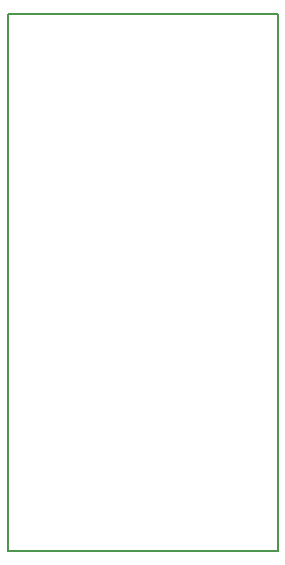
<source format=gbr>
G04 DipTrace 3.0.0.2*
G04 board_outline_gamepad2usb.gbr*
%MOMM*%
G04 #@! TF.FileFunction,Profile*
G04 #@! TF.Part,Single*
%ADD11C,0.14*%
%FSLAX35Y35*%
G04*
G71*
G90*
G75*
G01*
G04 BoardOutline*
%LPD*%
X-3318223Y-1555913D2*
D11*
X-1031983D1*
Y2984813D1*
X-3318223D1*
Y-1555913D1*
M02*

</source>
